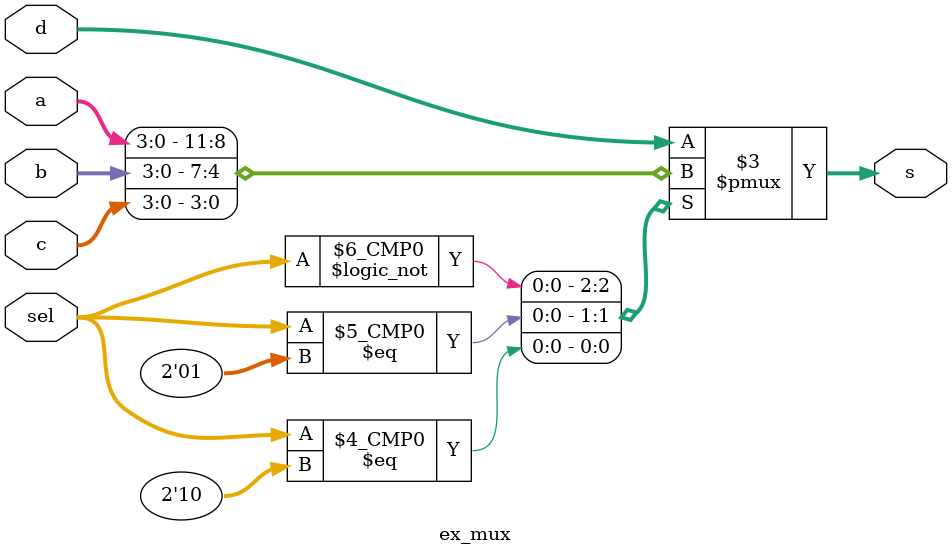
<source format=v>
module ex_mux(
input [3:0] a,b,c,d,
input [1:0] sel,
output reg [3:0] s
);
always @(a,b,c,d,sel)
begin
	case (sel)
		2'b00: begin
			s = a;
		end
		2'b01: begin
			s = b;
		end
		2'b10: begin
			s = c;
		end
		default: begin 
			s=d;
		end
	endcase
end
endmodule
</source>
